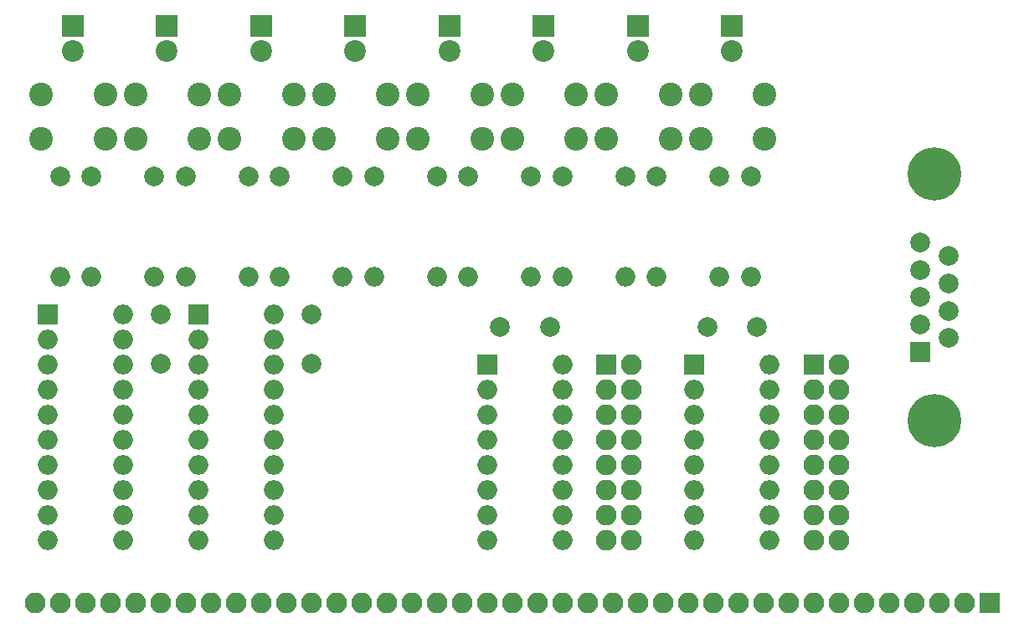
<source format=gts>
G04 #@! TF.FileFunction,Soldermask,Top*
%FSLAX46Y46*%
G04 Gerber Fmt 4.6, Leading zero omitted, Abs format (unit mm)*
G04 Created by KiCad (PCBNEW 4.0.7) date 03/03/19 23:52:22*
%MOMM*%
%LPD*%
G01*
G04 APERTURE LIST*
%ADD10C,0.100000*%
%ADD11R,2.100000X2.100000*%
%ADD12O,2.100000X2.100000*%
%ADD13C,2.000000*%
%ADD14O,2.000000X2.000000*%
%ADD15R,2.200000X2.200000*%
%ADD16C,2.200000*%
%ADD17R,2.000000X2.000000*%
%ADD18C,5.400000*%
%ADD19C,2.400000*%
G04 APERTURE END LIST*
D10*
D11*
X135255000Y-117475000D03*
D12*
X137795000Y-117475000D03*
X135255000Y-120015000D03*
X137795000Y-120015000D03*
X135255000Y-122555000D03*
X137795000Y-122555000D03*
X135255000Y-125095000D03*
X137795000Y-125095000D03*
X135255000Y-127635000D03*
X137795000Y-127635000D03*
X135255000Y-130175000D03*
X137795000Y-130175000D03*
X135255000Y-132715000D03*
X137795000Y-132715000D03*
X135255000Y-135255000D03*
X137795000Y-135255000D03*
D11*
X156210000Y-117475000D03*
D12*
X158750000Y-117475000D03*
X156210000Y-120015000D03*
X158750000Y-120015000D03*
X156210000Y-122555000D03*
X158750000Y-122555000D03*
X156210000Y-125095000D03*
X158750000Y-125095000D03*
X156210000Y-127635000D03*
X158750000Y-127635000D03*
X156210000Y-130175000D03*
X158750000Y-130175000D03*
X156210000Y-132715000D03*
X158750000Y-132715000D03*
X156210000Y-135255000D03*
X158750000Y-135255000D03*
D11*
X173990000Y-141605000D03*
D12*
X171450000Y-141605000D03*
X168910000Y-141605000D03*
X166370000Y-141605000D03*
X163830000Y-141605000D03*
X161290000Y-141605000D03*
X158750000Y-141605000D03*
X156210000Y-141605000D03*
X153670000Y-141605000D03*
X151130000Y-141605000D03*
X148590000Y-141605000D03*
X146050000Y-141605000D03*
X143510000Y-141605000D03*
X140970000Y-141605000D03*
X138430000Y-141605000D03*
X135890000Y-141605000D03*
X133350000Y-141605000D03*
X130810000Y-141605000D03*
X128270000Y-141605000D03*
X125730000Y-141605000D03*
X123190000Y-141605000D03*
X120650000Y-141605000D03*
X118110000Y-141605000D03*
X115570000Y-141605000D03*
X113030000Y-141605000D03*
X110490000Y-141605000D03*
X107950000Y-141605000D03*
X105410000Y-141605000D03*
X102870000Y-141605000D03*
X100330000Y-141605000D03*
X97790000Y-141605000D03*
X95250000Y-141605000D03*
X92710000Y-141605000D03*
X90170000Y-141605000D03*
X87630000Y-141605000D03*
X85090000Y-141605000D03*
X82550000Y-141605000D03*
X80010000Y-141605000D03*
X77470000Y-141605000D03*
D13*
X111760000Y-98425000D03*
D14*
X111760000Y-108585000D03*
D13*
X105410000Y-112395000D03*
X105410000Y-117395000D03*
X90170000Y-112395000D03*
X90170000Y-117395000D03*
X129540000Y-113665000D03*
X124540000Y-113665000D03*
X150495000Y-113665000D03*
X145495000Y-113665000D03*
D15*
X147955000Y-83185000D03*
D16*
X147955000Y-85725000D03*
D15*
X138430000Y-83185000D03*
D16*
X138430000Y-85725000D03*
D15*
X128905000Y-83185000D03*
D16*
X128905000Y-85725000D03*
D15*
X119380000Y-83185000D03*
D16*
X119380000Y-85725000D03*
D15*
X109855000Y-83185000D03*
D16*
X109855000Y-85725000D03*
D15*
X100330000Y-83185000D03*
D16*
X100330000Y-85725000D03*
D15*
X90805000Y-83185000D03*
D16*
X90805000Y-85725000D03*
D15*
X81280000Y-83185000D03*
D16*
X81280000Y-85725000D03*
D17*
X167005000Y-116205000D03*
D13*
X167005000Y-113435000D03*
X167005000Y-110665000D03*
X167005000Y-107895000D03*
X167005000Y-105125000D03*
X169845000Y-114820000D03*
X169845000Y-112050000D03*
X169845000Y-109280000D03*
X169845000Y-106510000D03*
D18*
X168425000Y-98165000D03*
X168425000Y-123165000D03*
D13*
X149860000Y-98425000D03*
D14*
X149860000Y-108585000D03*
D13*
X140335000Y-98425000D03*
D14*
X140335000Y-108585000D03*
D13*
X130810000Y-98425000D03*
D14*
X130810000Y-108585000D03*
D13*
X121285000Y-98425000D03*
D14*
X121285000Y-108585000D03*
D13*
X102235000Y-98425000D03*
D14*
X102235000Y-108585000D03*
D13*
X92710000Y-98425000D03*
D14*
X92710000Y-108585000D03*
D13*
X83185000Y-98425000D03*
D14*
X83185000Y-108585000D03*
D13*
X146685000Y-98425000D03*
D14*
X146685000Y-108585000D03*
D13*
X137160000Y-98425000D03*
D14*
X137160000Y-108585000D03*
D13*
X127635000Y-98425000D03*
D14*
X127635000Y-108585000D03*
D13*
X118110000Y-98425000D03*
D14*
X118110000Y-108585000D03*
D13*
X108585000Y-98425000D03*
D14*
X108585000Y-108585000D03*
D13*
X99060000Y-98425000D03*
D14*
X99060000Y-108585000D03*
D13*
X89535000Y-98425000D03*
D14*
X89535000Y-108585000D03*
D13*
X80010000Y-98425000D03*
D14*
X80010000Y-108585000D03*
D19*
X144780000Y-94670000D03*
X144780000Y-90170000D03*
X151280000Y-94670000D03*
X151280000Y-90170000D03*
X135255000Y-94670000D03*
X135255000Y-90170000D03*
X141755000Y-94670000D03*
X141755000Y-90170000D03*
X125730000Y-94670000D03*
X125730000Y-90170000D03*
X132230000Y-94670000D03*
X132230000Y-90170000D03*
X116205000Y-94670000D03*
X116205000Y-90170000D03*
X122705000Y-94670000D03*
X122705000Y-90170000D03*
X106680000Y-94670000D03*
X106680000Y-90170000D03*
X113180000Y-94670000D03*
X113180000Y-90170000D03*
X97155000Y-94670000D03*
X97155000Y-90170000D03*
X103655000Y-94670000D03*
X103655000Y-90170000D03*
X87630000Y-94670000D03*
X87630000Y-90170000D03*
X94130000Y-94670000D03*
X94130000Y-90170000D03*
X78105000Y-94670000D03*
X78105000Y-90170000D03*
X84605000Y-94670000D03*
X84605000Y-90170000D03*
D17*
X93980000Y-112395000D03*
D14*
X101600000Y-135255000D03*
X93980000Y-114935000D03*
X101600000Y-132715000D03*
X93980000Y-117475000D03*
X101600000Y-130175000D03*
X93980000Y-120015000D03*
X101600000Y-127635000D03*
X93980000Y-122555000D03*
X101600000Y-125095000D03*
X93980000Y-125095000D03*
X101600000Y-122555000D03*
X93980000Y-127635000D03*
X101600000Y-120015000D03*
X93980000Y-130175000D03*
X101600000Y-117475000D03*
X93980000Y-132715000D03*
X101600000Y-114935000D03*
X93980000Y-135255000D03*
X101600000Y-112395000D03*
D17*
X123190000Y-117475000D03*
D14*
X130810000Y-135255000D03*
X123190000Y-120015000D03*
X130810000Y-132715000D03*
X123190000Y-122555000D03*
X130810000Y-130175000D03*
X123190000Y-125095000D03*
X130810000Y-127635000D03*
X123190000Y-127635000D03*
X130810000Y-125095000D03*
X123190000Y-130175000D03*
X130810000Y-122555000D03*
X123190000Y-132715000D03*
X130810000Y-120015000D03*
X123190000Y-135255000D03*
X130810000Y-117475000D03*
D17*
X144145000Y-117475000D03*
D14*
X151765000Y-135255000D03*
X144145000Y-120015000D03*
X151765000Y-132715000D03*
X144145000Y-122555000D03*
X151765000Y-130175000D03*
X144145000Y-125095000D03*
X151765000Y-127635000D03*
X144145000Y-127635000D03*
X151765000Y-125095000D03*
X144145000Y-130175000D03*
X151765000Y-122555000D03*
X144145000Y-132715000D03*
X151765000Y-120015000D03*
X144145000Y-135255000D03*
X151765000Y-117475000D03*
D17*
X78740000Y-112395000D03*
D14*
X86360000Y-135255000D03*
X78740000Y-114935000D03*
X86360000Y-132715000D03*
X78740000Y-117475000D03*
X86360000Y-130175000D03*
X78740000Y-120015000D03*
X86360000Y-127635000D03*
X78740000Y-122555000D03*
X86360000Y-125095000D03*
X78740000Y-125095000D03*
X86360000Y-122555000D03*
X78740000Y-127635000D03*
X86360000Y-120015000D03*
X78740000Y-130175000D03*
X86360000Y-117475000D03*
X78740000Y-132715000D03*
X86360000Y-114935000D03*
X78740000Y-135255000D03*
X86360000Y-112395000D03*
M02*

</source>
